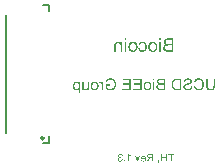
<source format=gbo>
G04*
G04 #@! TF.GenerationSoftware,Altium Limited,Altium Designer,23.0.1 (38)*
G04*
G04 Layer_Color=32896*
%FSLAX25Y25*%
%MOIN*%
G70*
G04*
G04 #@! TF.SameCoordinates,78B848BC-93E4-4EEF-81BE-5096D5435DE8*
G04*
G04*
G04 #@! TF.FilePolarity,Positive*
G04*
G01*
G75*
%ADD13C,0.00984*%
%ADD14C,0.00500*%
G36*
X44436Y24464D02*
X44536Y24446D01*
X44621Y24416D01*
X44695Y24386D01*
X44729Y24368D01*
X44755Y24353D01*
X44780Y24338D01*
X44799Y24324D01*
X44814Y24312D01*
X44825Y24305D01*
X44832Y24301D01*
X44836Y24298D01*
X44906Y24227D01*
X44962Y24150D01*
X45006Y24068D01*
X45043Y23987D01*
X45065Y23916D01*
X45077Y23887D01*
X45084Y23861D01*
X45088Y23839D01*
X45091Y23824D01*
X45095Y23813D01*
Y23809D01*
X44780Y23754D01*
X44766Y23835D01*
X44743Y23905D01*
X44718Y23965D01*
X44692Y24013D01*
X44666Y24050D01*
X44644Y24076D01*
X44629Y24094D01*
X44625Y24098D01*
X44577Y24135D01*
X44525Y24164D01*
X44477Y24183D01*
X44429Y24198D01*
X44385Y24205D01*
X44351Y24213D01*
X44322D01*
X44255Y24209D01*
X44196Y24194D01*
X44144Y24175D01*
X44100Y24157D01*
X44066Y24135D01*
X44041Y24116D01*
X44022Y24102D01*
X44018Y24098D01*
X43978Y24053D01*
X43948Y24005D01*
X43929Y23957D01*
X43915Y23913D01*
X43907Y23872D01*
X43900Y23843D01*
Y23820D01*
Y23817D01*
Y23813D01*
Y23772D01*
X43907Y23735D01*
X43926Y23672D01*
X43952Y23617D01*
X43981Y23569D01*
X44011Y23535D01*
X44037Y23509D01*
X44055Y23495D01*
X44059Y23491D01*
X44063D01*
X44126Y23458D01*
X44185Y23432D01*
X44248Y23413D01*
X44303Y23402D01*
X44351Y23395D01*
X44392Y23387D01*
X44440D01*
X44455Y23391D01*
X44473D01*
X44510Y23114D01*
X44462Y23125D01*
X44418Y23132D01*
X44381Y23140D01*
X44348Y23143D01*
X44322Y23147D01*
X44288D01*
X44211Y23140D01*
X44140Y23125D01*
X44078Y23102D01*
X44026Y23077D01*
X43985Y23051D01*
X43955Y23029D01*
X43937Y23014D01*
X43929Y23006D01*
X43881Y22951D01*
X43844Y22892D01*
X43819Y22832D01*
X43804Y22773D01*
X43793Y22725D01*
X43789Y22684D01*
X43785Y22670D01*
Y22659D01*
Y22651D01*
Y22647D01*
X43793Y22566D01*
X43811Y22492D01*
X43833Y22429D01*
X43863Y22374D01*
X43892Y22329D01*
X43915Y22296D01*
X43933Y22274D01*
X43941Y22266D01*
X44000Y22215D01*
X44063Y22177D01*
X44126Y22152D01*
X44185Y22133D01*
X44237Y22122D01*
X44277Y22118D01*
X44292Y22115D01*
X44314D01*
X44381Y22118D01*
X44444Y22133D01*
X44499Y22152D01*
X44544Y22174D01*
X44581Y22192D01*
X44610Y22211D01*
X44625Y22226D01*
X44633Y22229D01*
X44677Y22281D01*
X44714Y22340D01*
X44747Y22403D01*
X44773Y22470D01*
X44792Y22525D01*
X44799Y22551D01*
X44803Y22573D01*
X44806Y22592D01*
X44810Y22607D01*
X44814Y22614D01*
Y22618D01*
X45128Y22577D01*
X45121Y22518D01*
X45110Y22462D01*
X45077Y22359D01*
X45036Y22270D01*
X45014Y22233D01*
X44991Y22196D01*
X44969Y22163D01*
X44947Y22137D01*
X44929Y22111D01*
X44910Y22092D01*
X44899Y22078D01*
X44888Y22066D01*
X44880Y22059D01*
X44877Y22055D01*
X44832Y22022D01*
X44788Y21989D01*
X44743Y21963D01*
X44695Y21941D01*
X44603Y21904D01*
X44514Y21881D01*
X44473Y21874D01*
X44436Y21867D01*
X44403Y21863D01*
X44374Y21859D01*
X44351Y21856D01*
X44318D01*
X44248Y21859D01*
X44185Y21867D01*
X44122Y21878D01*
X44063Y21893D01*
X44007Y21911D01*
X43959Y21930D01*
X43911Y21952D01*
X43870Y21974D01*
X43830Y21993D01*
X43796Y22015D01*
X43767Y22033D01*
X43745Y22052D01*
X43726Y22066D01*
X43711Y22078D01*
X43704Y22085D01*
X43700Y22089D01*
X43656Y22133D01*
X43619Y22181D01*
X43585Y22229D01*
X43556Y22277D01*
X43534Y22322D01*
X43511Y22370D01*
X43482Y22459D01*
X43474Y22499D01*
X43467Y22536D01*
X43460Y22570D01*
X43456Y22599D01*
X43452Y22622D01*
Y22640D01*
Y22651D01*
Y22655D01*
X43456Y22744D01*
X43471Y22825D01*
X43493Y22895D01*
X43515Y22954D01*
X43537Y23003D01*
X43560Y23040D01*
X43574Y23062D01*
X43578Y23069D01*
X43630Y23125D01*
X43685Y23173D01*
X43745Y23210D01*
X43804Y23239D01*
X43856Y23262D01*
X43896Y23276D01*
X43911Y23280D01*
X43922Y23284D01*
X43929Y23288D01*
X43933D01*
X43870Y23321D01*
X43819Y23354D01*
X43774Y23391D01*
X43737Y23424D01*
X43707Y23454D01*
X43685Y23480D01*
X43674Y23495D01*
X43670Y23502D01*
X43641Y23554D01*
X43619Y23606D01*
X43600Y23658D01*
X43589Y23706D01*
X43582Y23746D01*
X43578Y23776D01*
Y23798D01*
Y23806D01*
X43582Y23868D01*
X43593Y23931D01*
X43608Y23987D01*
X43626Y24035D01*
X43645Y24076D01*
X43659Y24109D01*
X43670Y24127D01*
X43674Y24135D01*
X43711Y24190D01*
X43756Y24238D01*
X43800Y24279D01*
X43844Y24316D01*
X43881Y24342D01*
X43915Y24364D01*
X43937Y24375D01*
X43941Y24379D01*
X43944D01*
X44011Y24409D01*
X44078Y24431D01*
X44144Y24449D01*
X44203Y24460D01*
X44251Y24468D01*
X44292Y24472D01*
X44385D01*
X44436Y24464D01*
D02*
G37*
G36*
X47174Y24409D02*
X47215Y24349D01*
X47263Y24290D01*
X47308Y24238D01*
X47352Y24194D01*
X47385Y24157D01*
X47400Y24146D01*
X47411Y24135D01*
X47415Y24131D01*
X47419Y24127D01*
X47496Y24065D01*
X47574Y24005D01*
X47648Y23954D01*
X47722Y23913D01*
X47785Y23876D01*
X47811Y23861D01*
X47833Y23850D01*
X47851Y23839D01*
X47866Y23835D01*
X47874Y23828D01*
X47877D01*
Y23524D01*
X47822Y23547D01*
X47766Y23572D01*
X47711Y23598D01*
X47659Y23624D01*
X47615Y23646D01*
X47578Y23665D01*
X47556Y23680D01*
X47552Y23683D01*
X47548D01*
X47482Y23724D01*
X47422Y23765D01*
X47370Y23802D01*
X47330Y23835D01*
X47293Y23861D01*
X47271Y23883D01*
X47252Y23898D01*
X47248Y23902D01*
Y21900D01*
X46934D01*
Y24472D01*
X47137D01*
X47174Y24409D01*
D02*
G37*
G36*
X59910Y21900D02*
X59569D01*
Y23106D01*
X58245D01*
Y21900D01*
X57904D01*
Y24460D01*
X58245D01*
Y23410D01*
X59569D01*
Y24460D01*
X59910D01*
Y21900D01*
D02*
G37*
G36*
X50312D02*
X50012D01*
X49306Y23757D01*
X49631D01*
X50042Y22622D01*
X50068Y22547D01*
X50094Y22481D01*
X50112Y22418D01*
X50131Y22370D01*
X50142Y22325D01*
X50153Y22296D01*
X50157Y22277D01*
X50160Y22270D01*
X50182Y22340D01*
X50201Y22411D01*
X50223Y22474D01*
X50242Y22529D01*
X50257Y22577D01*
X50268Y22614D01*
X50271Y22625D01*
X50275Y22636D01*
X50279Y22640D01*
Y22644D01*
X50678Y23757D01*
X51011D01*
X50312Y21900D01*
D02*
G37*
G36*
X52118Y23794D02*
X52184Y23787D01*
X52247Y23776D01*
X52306Y23757D01*
X52362Y23739D01*
X52414Y23717D01*
X52462Y23695D01*
X52502Y23669D01*
X52543Y23646D01*
X52576Y23620D01*
X52606Y23598D01*
X52628Y23580D01*
X52647Y23561D01*
X52662Y23550D01*
X52669Y23543D01*
X52673Y23539D01*
X52713Y23487D01*
X52750Y23432D01*
X52784Y23376D01*
X52813Y23317D01*
X52835Y23254D01*
X52854Y23195D01*
X52883Y23077D01*
X52895Y23025D01*
X52902Y22973D01*
X52906Y22929D01*
X52909Y22888D01*
X52913Y22855D01*
Y22832D01*
Y22814D01*
Y22810D01*
X52909Y22729D01*
X52902Y22651D01*
X52891Y22577D01*
X52876Y22511D01*
X52858Y22448D01*
X52839Y22388D01*
X52817Y22337D01*
X52795Y22288D01*
X52772Y22248D01*
X52750Y22211D01*
X52732Y22181D01*
X52713Y22155D01*
X52698Y22133D01*
X52687Y22118D01*
X52680Y22111D01*
X52676Y22107D01*
X52628Y22063D01*
X52580Y22026D01*
X52528Y21993D01*
X52473Y21963D01*
X52421Y21941D01*
X52365Y21918D01*
X52262Y21889D01*
X52214Y21881D01*
X52169Y21874D01*
X52129Y21867D01*
X52095Y21863D01*
X52069Y21859D01*
X52029D01*
X51914Y21867D01*
X51810Y21885D01*
X51718Y21907D01*
X51681Y21922D01*
X51644Y21937D01*
X51611Y21952D01*
X51581Y21967D01*
X51559Y21978D01*
X51537Y21989D01*
X51522Y22000D01*
X51511Y22007D01*
X51503Y22015D01*
X51500D01*
X51426Y22081D01*
X51367Y22152D01*
X51315Y22226D01*
X51278Y22296D01*
X51248Y22359D01*
X51237Y22388D01*
X51226Y22411D01*
X51218Y22433D01*
X51215Y22448D01*
X51211Y22455D01*
Y22459D01*
X51537Y22499D01*
X51566Y22429D01*
X51600Y22370D01*
X51633Y22318D01*
X51662Y22277D01*
X51688Y22248D01*
X51711Y22226D01*
X51729Y22211D01*
X51733Y22207D01*
X51781Y22177D01*
X51829Y22155D01*
X51881Y22140D01*
X51925Y22129D01*
X51966Y22122D01*
X51999Y22118D01*
X52029D01*
X52073Y22122D01*
X52114Y22126D01*
X52188Y22144D01*
X52254Y22170D01*
X52314Y22200D01*
X52358Y22226D01*
X52391Y22252D01*
X52414Y22270D01*
X52417Y22277D01*
X52421D01*
X52473Y22344D01*
X52513Y22418D01*
X52543Y22499D01*
X52565Y22573D01*
X52576Y22640D01*
X52584Y22670D01*
X52587Y22695D01*
Y22718D01*
X52591Y22733D01*
Y22744D01*
Y22747D01*
X51204D01*
X51200Y22784D01*
Y22810D01*
Y22825D01*
Y22829D01*
X51204Y22914D01*
X51211Y22991D01*
X51222Y23065D01*
X51237Y23136D01*
X51256Y23199D01*
X51274Y23258D01*
X51296Y23310D01*
X51318Y23358D01*
X51341Y23402D01*
X51363Y23439D01*
X51381Y23469D01*
X51400Y23495D01*
X51415Y23517D01*
X51426Y23532D01*
X51433Y23539D01*
X51437Y23543D01*
X51481Y23587D01*
X51529Y23628D01*
X51581Y23661D01*
X51633Y23691D01*
X51685Y23717D01*
X51733Y23735D01*
X51785Y23754D01*
X51829Y23765D01*
X51877Y23776D01*
X51918Y23783D01*
X51955Y23791D01*
X51984Y23794D01*
X52010Y23798D01*
X52047D01*
X52118Y23794D01*
D02*
G37*
G36*
X62300Y24157D02*
X61456D01*
Y21900D01*
X61116D01*
Y24157D01*
X60272D01*
Y24460D01*
X62300D01*
Y24157D01*
D02*
G37*
G36*
X55344Y21900D02*
X55004D01*
Y23036D01*
X54567D01*
X54526Y23032D01*
X54497D01*
X54471Y23029D01*
X54452Y23025D01*
X54438D01*
X54430Y23021D01*
X54426D01*
X54367Y23003D01*
X54341Y22991D01*
X54319Y22980D01*
X54297Y22969D01*
X54282Y22962D01*
X54275Y22958D01*
X54271Y22954D01*
X54241Y22932D01*
X54212Y22906D01*
X54156Y22851D01*
X54130Y22825D01*
X54112Y22803D01*
X54101Y22788D01*
X54097Y22784D01*
X54060Y22733D01*
X54019Y22677D01*
X53979Y22618D01*
X53938Y22562D01*
X53905Y22511D01*
X53879Y22470D01*
X53868Y22455D01*
X53860Y22444D01*
X53853Y22436D01*
Y22433D01*
X53516Y21900D01*
X53094D01*
X53535Y22596D01*
X53587Y22670D01*
X53635Y22736D01*
X53683Y22792D01*
X53723Y22843D01*
X53760Y22881D01*
X53790Y22910D01*
X53808Y22929D01*
X53816Y22936D01*
X53846Y22958D01*
X53879Y22984D01*
X53945Y23025D01*
X53975Y23040D01*
X53997Y23054D01*
X54012Y23062D01*
X54019Y23065D01*
X53953Y23077D01*
X53890Y23088D01*
X53834Y23106D01*
X53779Y23121D01*
X53731Y23140D01*
X53686Y23162D01*
X53646Y23180D01*
X53609Y23199D01*
X53579Y23221D01*
X53549Y23239D01*
X53527Y23254D01*
X53509Y23269D01*
X53494Y23280D01*
X53483Y23291D01*
X53479Y23295D01*
X53475Y23299D01*
X53446Y23336D01*
X53416Y23373D01*
X53372Y23450D01*
X53342Y23528D01*
X53320Y23602D01*
X53305Y23665D01*
X53302Y23691D01*
Y23717D01*
X53298Y23735D01*
Y23750D01*
Y23757D01*
Y23761D01*
X53302Y23839D01*
X53313Y23909D01*
X53331Y23976D01*
X53350Y24031D01*
X53372Y24079D01*
X53387Y24116D01*
X53401Y24138D01*
X53405Y24142D01*
Y24146D01*
X53450Y24205D01*
X53494Y24257D01*
X53542Y24301D01*
X53587Y24335D01*
X53627Y24361D01*
X53661Y24375D01*
X53683Y24386D01*
X53686Y24390D01*
X53690D01*
X53723Y24401D01*
X53764Y24412D01*
X53846Y24431D01*
X53934Y24442D01*
X54016Y24453D01*
X54093Y24457D01*
X54127D01*
X54156Y24460D01*
X55344D01*
Y21900D01*
D02*
G37*
G36*
X45950D02*
X45591D01*
Y22259D01*
X45950D01*
Y21900D01*
D02*
G37*
G36*
X57298D02*
X57120D01*
X57124Y21845D01*
X57131Y21796D01*
X57142Y21752D01*
X57150Y21719D01*
X57161Y21693D01*
X57168Y21671D01*
X57172Y21659D01*
X57175Y21656D01*
X57194Y21626D01*
X57216Y21600D01*
X57242Y21578D01*
X57264Y21560D01*
X57287Y21545D01*
X57305Y21534D01*
X57316Y21530D01*
X57320Y21526D01*
X57231Y21393D01*
X57179Y21419D01*
X57131Y21452D01*
X57094Y21482D01*
X57064Y21511D01*
X57039Y21541D01*
X57024Y21563D01*
X57013Y21578D01*
X57009Y21582D01*
X56987Y21630D01*
X56968Y21682D01*
X56957Y21737D01*
X56946Y21785D01*
X56942Y21833D01*
X56939Y21867D01*
Y21881D01*
Y21893D01*
Y21896D01*
Y21900D01*
Y22259D01*
X57298D01*
Y21900D01*
D02*
G37*
G36*
X57866Y62356D02*
X57315D01*
Y62984D01*
X57866D01*
Y62356D01*
D02*
G37*
G36*
X46364D02*
X45813D01*
Y62984D01*
X46364D01*
Y62356D01*
D02*
G37*
G36*
X51826Y61818D02*
X51969Y61792D01*
X52105Y61759D01*
X52215Y61727D01*
X52312Y61688D01*
X52351Y61669D01*
X52384Y61656D01*
X52410Y61643D01*
X52429Y61630D01*
X52442Y61623D01*
X52448D01*
X52572Y61546D01*
X52682Y61448D01*
X52772Y61351D01*
X52850Y61254D01*
X52909Y61170D01*
X52947Y61098D01*
X52960Y61073D01*
X52973Y61053D01*
X52980Y61040D01*
Y61034D01*
X53038Y60878D01*
X53077Y60723D01*
X53109Y60567D01*
X53129Y60425D01*
X53135Y60360D01*
X53142Y60301D01*
Y60250D01*
X53148Y60204D01*
Y60165D01*
Y60139D01*
Y60120D01*
Y60114D01*
X53142Y59965D01*
X53129Y59828D01*
X53109Y59692D01*
X53083Y59576D01*
X53058Y59459D01*
X53019Y59362D01*
X52986Y59265D01*
X52947Y59180D01*
X52909Y59109D01*
X52876Y59044D01*
X52837Y58986D01*
X52811Y58941D01*
X52785Y58908D01*
X52766Y58882D01*
X52753Y58869D01*
X52747Y58863D01*
X52669Y58785D01*
X52585Y58720D01*
X52500Y58662D01*
X52410Y58610D01*
X52319Y58571D01*
X52235Y58532D01*
X52060Y58481D01*
X51982Y58468D01*
X51911Y58455D01*
X51846Y58442D01*
X51788Y58435D01*
X51742Y58429D01*
X51677D01*
X51580Y58435D01*
X51483Y58442D01*
X51315Y58481D01*
X51159Y58526D01*
X51029Y58584D01*
X50977Y58617D01*
X50926Y58643D01*
X50880Y58669D01*
X50848Y58694D01*
X50822Y58714D01*
X50803Y58727D01*
X50790Y58733D01*
X50783Y58740D01*
X50718Y58805D01*
X50660Y58869D01*
X50556Y59012D01*
X50472Y59161D01*
X50414Y59297D01*
X50368Y59427D01*
X50355Y59478D01*
X50343Y59530D01*
X50336Y59569D01*
X50330Y59595D01*
X50323Y59615D01*
Y59621D01*
X50867Y59692D01*
X50893Y59550D01*
X50932Y59420D01*
X50984Y59316D01*
X51029Y59232D01*
X51075Y59161D01*
X51114Y59116D01*
X51133Y59083D01*
X51146Y59077D01*
X51230Y59012D01*
X51321Y58967D01*
X51412Y58928D01*
X51496Y58908D01*
X51567Y58895D01*
X51632Y58889D01*
X51671Y58882D01*
X51684D01*
X51755Y58889D01*
X51826Y58895D01*
X51956Y58928D01*
X52066Y58973D01*
X52163Y59031D01*
X52235Y59083D01*
X52293Y59129D01*
X52325Y59161D01*
X52338Y59174D01*
X52384Y59232D01*
X52423Y59303D01*
X52481Y59446D01*
X52526Y59608D01*
X52552Y59764D01*
X52572Y59906D01*
X52578Y59965D01*
Y60023D01*
X52585Y60062D01*
Y60101D01*
Y60120D01*
Y60127D01*
Y60243D01*
X52572Y60353D01*
X52559Y60457D01*
X52546Y60548D01*
X52526Y60632D01*
X52500Y60710D01*
X52481Y60781D01*
X52455Y60846D01*
X52429Y60898D01*
X52410Y60943D01*
X52384Y60982D01*
X52364Y61014D01*
X52351Y61040D01*
X52338Y61060D01*
X52325Y61066D01*
Y61073D01*
X52273Y61124D01*
X52222Y61170D01*
X52112Y61247D01*
X51995Y61299D01*
X51891Y61332D01*
X51794Y61358D01*
X51723Y61364D01*
X51690Y61371D01*
X51651D01*
X51554Y61364D01*
X51464Y61345D01*
X51386Y61319D01*
X51315Y61286D01*
X51263Y61254D01*
X51217Y61228D01*
X51191Y61209D01*
X51185Y61202D01*
X51120Y61137D01*
X51062Y61060D01*
X51010Y60975D01*
X50977Y60898D01*
X50945Y60826D01*
X50926Y60768D01*
X50919Y60729D01*
X50913Y60723D01*
Y60716D01*
X50375Y60800D01*
X50420Y60975D01*
X50485Y61124D01*
X50556Y61254D01*
X50628Y61358D01*
X50699Y61442D01*
X50757Y61500D01*
X50796Y61539D01*
X50803Y61552D01*
X50809D01*
X50945Y61643D01*
X51088Y61708D01*
X51230Y61759D01*
X51366Y61792D01*
X51489Y61811D01*
X51541Y61818D01*
X51580D01*
X51619Y61824D01*
X51671D01*
X51826Y61818D01*
D02*
G37*
G36*
X62000Y58500D02*
X60289D01*
X60134Y58507D01*
X59998Y58513D01*
X59875Y58526D01*
X59771Y58539D01*
X59687Y58552D01*
X59622Y58558D01*
X59583Y58571D01*
X59570D01*
X59460Y58604D01*
X59369Y58636D01*
X59285Y58675D01*
X59214Y58714D01*
X59155Y58740D01*
X59110Y58766D01*
X59084Y58785D01*
X59078Y58792D01*
X59006Y58850D01*
X58941Y58921D01*
X58890Y58992D01*
X58838Y59057D01*
X58799Y59122D01*
X58773Y59167D01*
X58754Y59200D01*
X58747Y59213D01*
X58702Y59316D01*
X58669Y59420D01*
X58643Y59517D01*
X58630Y59608D01*
X58617Y59686D01*
X58611Y59751D01*
Y59790D01*
Y59796D01*
Y59803D01*
X58617Y59945D01*
X58643Y60075D01*
X58682Y60185D01*
X58721Y60289D01*
X58760Y60366D01*
X58799Y60425D01*
X58825Y60463D01*
X58831Y60476D01*
X58922Y60580D01*
X59019Y60664D01*
X59129Y60736D01*
X59227Y60794D01*
X59317Y60839D01*
X59395Y60865D01*
X59421Y60878D01*
X59440Y60885D01*
X59453Y60891D01*
X59460D01*
X59350Y60956D01*
X59253Y61021D01*
X59175Y61092D01*
X59110Y61157D01*
X59058Y61209D01*
X59019Y61260D01*
X59000Y61286D01*
X58993Y61299D01*
X58941Y61397D01*
X58903Y61487D01*
X58870Y61578D01*
X58851Y61662D01*
X58838Y61734D01*
X58831Y61792D01*
Y61824D01*
Y61837D01*
X58838Y61947D01*
X58857Y62058D01*
X58890Y62155D01*
X58922Y62245D01*
X58954Y62323D01*
X58987Y62375D01*
X59006Y62414D01*
X59013Y62427D01*
X59084Y62524D01*
X59162Y62615D01*
X59246Y62686D01*
X59324Y62744D01*
X59389Y62790D01*
X59447Y62822D01*
X59486Y62842D01*
X59492Y62848D01*
X59499D01*
X59622Y62893D01*
X59758Y62926D01*
X59894Y62952D01*
X60024Y62965D01*
X60140Y62978D01*
X60192D01*
X60237Y62984D01*
X62000D01*
Y58500D01*
D02*
G37*
G36*
X57866D02*
X57315D01*
Y61753D01*
X57866D01*
Y58500D01*
D02*
G37*
G36*
X46364D02*
X45813D01*
Y61753D01*
X46364D01*
Y58500D01*
D02*
G37*
G36*
X43571Y61818D02*
X43687Y61798D01*
X43791Y61772D01*
X43895Y61740D01*
X43986Y61701D01*
X44070Y61656D01*
X44148Y61604D01*
X44212Y61559D01*
X44277Y61507D01*
X44329Y61455D01*
X44374Y61409D01*
X44413Y61371D01*
X44439Y61338D01*
X44459Y61312D01*
X44472Y61293D01*
X44478Y61286D01*
Y61753D01*
X44971D01*
Y58500D01*
X44420D01*
Y60269D01*
Y60379D01*
X44407Y60489D01*
X44394Y60580D01*
X44381Y60664D01*
X44361Y60742D01*
X44342Y60813D01*
X44316Y60878D01*
X44290Y60930D01*
X44271Y60975D01*
X44245Y61014D01*
X44225Y61047D01*
X44206Y61073D01*
X44180Y61105D01*
X44167Y61118D01*
X44070Y61196D01*
X43966Y61247D01*
X43863Y61286D01*
X43772Y61319D01*
X43687Y61332D01*
X43623Y61338D01*
X43597Y61345D01*
X43564D01*
X43487Y61338D01*
X43409Y61332D01*
X43344Y61312D01*
X43292Y61293D01*
X43247Y61273D01*
X43208Y61260D01*
X43189Y61247D01*
X43182Y61241D01*
X43124Y61202D01*
X43072Y61157D01*
X43033Y61111D01*
X43001Y61073D01*
X42981Y61034D01*
X42962Y61001D01*
X42949Y60982D01*
Y60975D01*
X42929Y60904D01*
X42910Y60826D01*
X42897Y60742D01*
X42891Y60658D01*
X42884Y60587D01*
Y60528D01*
Y60483D01*
Y60476D01*
Y60470D01*
Y58500D01*
X42333D01*
Y60496D01*
Y60632D01*
X42340Y60742D01*
X42346Y60833D01*
Y60911D01*
X42353Y60962D01*
X42359Y61001D01*
X42366Y61027D01*
Y61034D01*
X42385Y61118D01*
X42417Y61196D01*
X42443Y61260D01*
X42469Y61325D01*
X42502Y61371D01*
X42521Y61403D01*
X42534Y61429D01*
X42541Y61435D01*
X42592Y61500D01*
X42651Y61552D01*
X42709Y61604D01*
X42774Y61643D01*
X42826Y61675D01*
X42871Y61695D01*
X42897Y61708D01*
X42910Y61714D01*
X43001Y61753D01*
X43098Y61779D01*
X43189Y61798D01*
X43273Y61811D01*
X43344Y61818D01*
X43396Y61824D01*
X43448D01*
X43571Y61818D01*
D02*
G37*
G36*
X55267D02*
X55371Y61811D01*
X55572Y61766D01*
X55747Y61708D01*
X55825Y61675D01*
X55896Y61643D01*
X55961Y61610D01*
X56012Y61578D01*
X56064Y61546D01*
X56103Y61520D01*
X56136Y61494D01*
X56161Y61474D01*
X56174Y61468D01*
X56181Y61461D01*
X56272Y61377D01*
X56343Y61280D01*
X56414Y61176D01*
X56466Y61073D01*
X56518Y60962D01*
X56557Y60846D01*
X56589Y60736D01*
X56615Y60632D01*
X56641Y60528D01*
X56654Y60438D01*
X56667Y60347D01*
X56673Y60276D01*
Y60211D01*
X56680Y60165D01*
Y60139D01*
Y60127D01*
X56673Y59977D01*
X56660Y59835D01*
X56641Y59705D01*
X56615Y59582D01*
X56583Y59472D01*
X56550Y59368D01*
X56511Y59271D01*
X56473Y59187D01*
X56434Y59109D01*
X56395Y59044D01*
X56362Y58992D01*
X56330Y58947D01*
X56304Y58908D01*
X56285Y58882D01*
X56272Y58869D01*
X56265Y58863D01*
X56181Y58785D01*
X56097Y58720D01*
X56006Y58662D01*
X55915Y58610D01*
X55825Y58571D01*
X55727Y58532D01*
X55552Y58481D01*
X55475Y58468D01*
X55397Y58455D01*
X55332Y58442D01*
X55274Y58435D01*
X55222Y58429D01*
X55157D01*
X55002Y58435D01*
X54859Y58461D01*
X54723Y58494D01*
X54613Y58526D01*
X54516Y58565D01*
X54477Y58578D01*
X54444Y58591D01*
X54412Y58604D01*
X54392Y58617D01*
X54386Y58623D01*
X54379D01*
X54250Y58707D01*
X54140Y58798D01*
X54043Y58889D01*
X53965Y58979D01*
X53907Y59057D01*
X53861Y59122D01*
X53848Y59148D01*
X53835Y59167D01*
X53829Y59174D01*
Y59180D01*
X53764Y59329D01*
X53719Y59491D01*
X53680Y59653D01*
X53660Y59815D01*
X53647Y59887D01*
Y59952D01*
X53641Y60016D01*
X53634Y60068D01*
Y60114D01*
Y60146D01*
Y60165D01*
Y60172D01*
X53641Y60314D01*
X53654Y60444D01*
X53673Y60567D01*
X53699Y60684D01*
X53732Y60794D01*
X53770Y60891D01*
X53809Y60988D01*
X53848Y61066D01*
X53887Y61137D01*
X53926Y61202D01*
X53965Y61260D01*
X53997Y61306D01*
X54023Y61338D01*
X54043Y61364D01*
X54056Y61377D01*
X54062Y61384D01*
X54146Y61461D01*
X54230Y61526D01*
X54321Y61591D01*
X54412Y61636D01*
X54503Y61682D01*
X54593Y61714D01*
X54768Y61772D01*
X54853Y61785D01*
X54924Y61798D01*
X54989Y61811D01*
X55047Y61818D01*
X55092Y61824D01*
X55157D01*
X55267Y61818D01*
D02*
G37*
G36*
X48645D02*
X48748Y61811D01*
X48949Y61766D01*
X49124Y61708D01*
X49202Y61675D01*
X49273Y61643D01*
X49338Y61610D01*
X49390Y61578D01*
X49442Y61546D01*
X49481Y61520D01*
X49513Y61494D01*
X49539Y61474D01*
X49552Y61468D01*
X49558Y61461D01*
X49649Y61377D01*
X49720Y61280D01*
X49792Y61176D01*
X49843Y61073D01*
X49895Y60962D01*
X49934Y60846D01*
X49967Y60736D01*
X49993Y60632D01*
X50019Y60528D01*
X50031Y60438D01*
X50044Y60347D01*
X50051Y60276D01*
Y60211D01*
X50057Y60165D01*
Y60139D01*
Y60127D01*
X50051Y59977D01*
X50038Y59835D01*
X50019Y59705D01*
X49993Y59582D01*
X49960Y59472D01*
X49928Y59368D01*
X49889Y59271D01*
X49850Y59187D01*
X49811Y59109D01*
X49772Y59044D01*
X49740Y58992D01*
X49707Y58947D01*
X49681Y58908D01*
X49662Y58882D01*
X49649Y58869D01*
X49643Y58863D01*
X49558Y58785D01*
X49474Y58720D01*
X49383Y58662D01*
X49293Y58610D01*
X49202Y58571D01*
X49105Y58532D01*
X48930Y58481D01*
X48852Y58468D01*
X48774Y58455D01*
X48709Y58442D01*
X48651Y58435D01*
X48599Y58429D01*
X48535D01*
X48379Y58435D01*
X48237Y58461D01*
X48100Y58494D01*
X47990Y58526D01*
X47893Y58565D01*
X47854Y58578D01*
X47822Y58591D01*
X47789Y58604D01*
X47770Y58617D01*
X47763Y58623D01*
X47757D01*
X47627Y58707D01*
X47517Y58798D01*
X47420Y58889D01*
X47342Y58979D01*
X47284Y59057D01*
X47239Y59122D01*
X47226Y59148D01*
X47213Y59167D01*
X47206Y59174D01*
Y59180D01*
X47141Y59329D01*
X47096Y59491D01*
X47057Y59653D01*
X47038Y59815D01*
X47025Y59887D01*
Y59952D01*
X47018Y60016D01*
X47012Y60068D01*
Y60114D01*
Y60146D01*
Y60165D01*
Y60172D01*
X47018Y60314D01*
X47031Y60444D01*
X47051Y60567D01*
X47077Y60684D01*
X47109Y60794D01*
X47148Y60891D01*
X47187Y60988D01*
X47226Y61066D01*
X47265Y61137D01*
X47303Y61202D01*
X47342Y61260D01*
X47375Y61306D01*
X47401Y61338D01*
X47420Y61364D01*
X47433Y61377D01*
X47439Y61384D01*
X47524Y61461D01*
X47608Y61526D01*
X47699Y61591D01*
X47789Y61636D01*
X47880Y61682D01*
X47971Y61714D01*
X48146Y61772D01*
X48230Y61785D01*
X48301Y61798D01*
X48366Y61811D01*
X48424Y61818D01*
X48470Y61824D01*
X48535D01*
X48645Y61818D01*
D02*
G37*
G36*
X55692Y49002D02*
X55221D01*
Y49541D01*
X55692D01*
Y49002D01*
D02*
G37*
G36*
X75900Y47321D02*
Y47210D01*
X75894Y47104D01*
X75889Y47004D01*
X75878Y46910D01*
X75867Y46827D01*
X75856Y46749D01*
X75839Y46677D01*
X75828Y46610D01*
X75817Y46549D01*
X75800Y46499D01*
X75789Y46455D01*
X75778Y46422D01*
X75767Y46394D01*
X75761Y46372D01*
X75756Y46360D01*
Y46355D01*
X75695Y46233D01*
X75617Y46122D01*
X75539Y46033D01*
X75456Y45955D01*
X75384Y45894D01*
X75323Y45850D01*
X75301Y45839D01*
X75284Y45828D01*
X75273Y45817D01*
X75267D01*
X75129Y45755D01*
X74984Y45711D01*
X74834Y45678D01*
X74696Y45656D01*
X74635Y45650D01*
X74574Y45645D01*
X74518Y45639D01*
X74474D01*
X74435Y45633D01*
X74385D01*
X74185Y45645D01*
X74096Y45656D01*
X74013Y45667D01*
X73930Y45683D01*
X73858Y45700D01*
X73791Y45717D01*
X73730Y45739D01*
X73674Y45761D01*
X73630Y45778D01*
X73586Y45794D01*
X73552Y45811D01*
X73525Y45828D01*
X73508Y45833D01*
X73497Y45844D01*
X73491D01*
X73369Y45928D01*
X73269Y46022D01*
X73192Y46111D01*
X73125Y46200D01*
X73075Y46277D01*
X73042Y46338D01*
X73031Y46360D01*
X73020Y46377D01*
X73014Y46388D01*
Y46394D01*
X72992Y46460D01*
X72970Y46532D01*
X72936Y46682D01*
X72914Y46838D01*
X72897Y46988D01*
X72892Y47054D01*
X72886Y47121D01*
Y47176D01*
X72881Y47226D01*
Y47265D01*
Y47293D01*
Y47315D01*
Y47321D01*
Y49541D01*
X73391D01*
Y47321D01*
Y47193D01*
X73403Y47071D01*
X73414Y46965D01*
X73430Y46865D01*
X73447Y46777D01*
X73469Y46694D01*
X73486Y46621D01*
X73508Y46560D01*
X73530Y46510D01*
X73552Y46460D01*
X73575Y46427D01*
X73591Y46394D01*
X73608Y46372D01*
X73619Y46355D01*
X73624Y46349D01*
X73630Y46344D01*
X73680Y46299D01*
X73735Y46261D01*
X73858Y46200D01*
X73985Y46155D01*
X74118Y46127D01*
X74240Y46105D01*
X74291Y46100D01*
X74340D01*
X74374Y46094D01*
X74429D01*
X74546Y46100D01*
X74651Y46116D01*
X74751Y46133D01*
X74829Y46161D01*
X74896Y46183D01*
X74945Y46200D01*
X74973Y46216D01*
X74984Y46222D01*
X75062Y46272D01*
X75129Y46333D01*
X75184Y46394D01*
X75223Y46449D01*
X75256Y46505D01*
X75284Y46544D01*
X75295Y46571D01*
X75301Y46582D01*
X75317Y46632D01*
X75328Y46682D01*
X75350Y46799D01*
X75367Y46921D01*
X75378Y47043D01*
X75384Y47149D01*
Y47199D01*
X75389Y47237D01*
Y47271D01*
Y47298D01*
Y47315D01*
Y47321D01*
Y49541D01*
X75900D01*
Y47321D01*
D02*
G37*
G36*
X41218Y49596D02*
X41412Y49568D01*
X41501Y49552D01*
X41584Y49529D01*
X41662Y49513D01*
X41734Y49491D01*
X41801Y49468D01*
X41856Y49446D01*
X41906Y49424D01*
X41951Y49407D01*
X41984Y49391D01*
X42006Y49380D01*
X42023Y49374D01*
X42028Y49369D01*
X42106Y49319D01*
X42184Y49269D01*
X42317Y49152D01*
X42434Y49036D01*
X42528Y48913D01*
X42606Y48808D01*
X42633Y48764D01*
X42656Y48719D01*
X42678Y48686D01*
X42689Y48664D01*
X42694Y48647D01*
X42700Y48641D01*
X42778Y48458D01*
X42833Y48275D01*
X42878Y48098D01*
X42889Y48014D01*
X42905Y47937D01*
X42911Y47864D01*
X42922Y47803D01*
X42927Y47742D01*
Y47692D01*
X42933Y47654D01*
Y47626D01*
Y47604D01*
Y47598D01*
X42922Y47393D01*
X42894Y47199D01*
X42878Y47110D01*
X42861Y47026D01*
X42839Y46943D01*
X42816Y46871D01*
X42794Y46804D01*
X42772Y46749D01*
X42755Y46693D01*
X42739Y46655D01*
X42722Y46616D01*
X42711Y46593D01*
X42700Y46577D01*
Y46571D01*
X42600Y46410D01*
X42489Y46272D01*
X42372Y46150D01*
X42261Y46050D01*
X42156Y45972D01*
X42117Y45944D01*
X42078Y45916D01*
X42045Y45900D01*
X42023Y45883D01*
X42006Y45878D01*
X42001Y45872D01*
X41912Y45828D01*
X41823Y45794D01*
X41645Y45733D01*
X41473Y45694D01*
X41312Y45661D01*
X41240Y45656D01*
X41174Y45645D01*
X41113Y45639D01*
X41063D01*
X41024Y45633D01*
X40968D01*
X40813Y45639D01*
X40663Y45656D01*
X40524Y45683D01*
X40402Y45711D01*
X40352Y45722D01*
X40302Y45733D01*
X40258Y45750D01*
X40219Y45761D01*
X40191Y45772D01*
X40169Y45778D01*
X40158Y45783D01*
X40152D01*
X40003Y45844D01*
X39864Y45916D01*
X39731Y45994D01*
X39614Y46066D01*
X39564Y46100D01*
X39514Y46133D01*
X39475Y46161D01*
X39442Y46183D01*
X39414Y46205D01*
X39392Y46222D01*
X39381Y46227D01*
X39375Y46233D01*
Y47659D01*
X41007D01*
Y47204D01*
X39875D01*
Y46483D01*
X39942Y46427D01*
X40019Y46377D01*
X40102Y46333D01*
X40180Y46294D01*
X40247Y46260D01*
X40308Y46233D01*
X40330Y46222D01*
X40341Y46216D01*
X40352Y46211D01*
X40358D01*
X40474Y46172D01*
X40591Y46138D01*
X40696Y46116D01*
X40796Y46105D01*
X40879Y46094D01*
X40913D01*
X40946Y46088D01*
X41002D01*
X41140Y46094D01*
X41274Y46116D01*
X41396Y46144D01*
X41507Y46172D01*
X41595Y46205D01*
X41634Y46216D01*
X41662Y46227D01*
X41690Y46238D01*
X41706Y46249D01*
X41717Y46255D01*
X41723D01*
X41840Y46327D01*
X41945Y46405D01*
X42034Y46488D01*
X42106Y46571D01*
X42167Y46649D01*
X42206Y46710D01*
X42223Y46732D01*
X42228Y46749D01*
X42239Y46760D01*
Y46766D01*
X42295Y46904D01*
X42339Y47049D01*
X42367Y47193D01*
X42389Y47332D01*
X42395Y47393D01*
X42400Y47448D01*
X42406Y47504D01*
Y47548D01*
X42411Y47581D01*
Y47609D01*
Y47626D01*
Y47631D01*
X42406Y47787D01*
X42389Y47925D01*
X42367Y48059D01*
X42339Y48175D01*
X42328Y48225D01*
X42311Y48270D01*
X42300Y48309D01*
X42289Y48342D01*
X42278Y48370D01*
X42273Y48386D01*
X42267Y48397D01*
Y48403D01*
X42228Y48480D01*
X42189Y48553D01*
X42151Y48619D01*
X42112Y48675D01*
X42078Y48719D01*
X42050Y48758D01*
X42028Y48780D01*
X42023Y48786D01*
X41962Y48847D01*
X41895Y48902D01*
X41823Y48947D01*
X41756Y48991D01*
X41701Y49019D01*
X41657Y49047D01*
X41623Y49058D01*
X41612Y49063D01*
X41512Y49102D01*
X41412Y49130D01*
X41307Y49147D01*
X41212Y49163D01*
X41129Y49169D01*
X41096D01*
X41068Y49174D01*
X41007D01*
X40902Y49169D01*
X40802Y49158D01*
X40713Y49141D01*
X40635Y49124D01*
X40569Y49102D01*
X40519Y49086D01*
X40491Y49074D01*
X40480Y49069D01*
X40397Y49030D01*
X40325Y48986D01*
X40258Y48941D01*
X40208Y48897D01*
X40169Y48858D01*
X40136Y48830D01*
X40119Y48808D01*
X40114Y48802D01*
X40064Y48736D01*
X40025Y48658D01*
X39986Y48586D01*
X39953Y48508D01*
X39930Y48442D01*
X39914Y48392D01*
X39908Y48370D01*
X39903Y48353D01*
X39897Y48347D01*
Y48342D01*
X39437Y48464D01*
X39475Y48603D01*
X39525Y48725D01*
X39575Y48836D01*
X39620Y48924D01*
X39664Y48997D01*
X39697Y49047D01*
X39720Y49080D01*
X39731Y49091D01*
X39808Y49180D01*
X39892Y49252D01*
X39980Y49319D01*
X40064Y49374D01*
X40141Y49413D01*
X40202Y49446D01*
X40225Y49457D01*
X40241Y49463D01*
X40252Y49468D01*
X40258D01*
X40386Y49513D01*
X40519Y49546D01*
X40641Y49574D01*
X40757Y49591D01*
X40863Y49602D01*
X40907D01*
X40941Y49607D01*
X41118D01*
X41218Y49596D01*
D02*
G37*
G36*
X70555Y49596D02*
X70733Y49568D01*
X70888Y49535D01*
X70960Y49513D01*
X71027Y49491D01*
X71088Y49468D01*
X71144Y49446D01*
X71188Y49430D01*
X71232Y49413D01*
X71260Y49396D01*
X71282Y49385D01*
X71299Y49380D01*
X71305Y49374D01*
X71454Y49280D01*
X71582Y49169D01*
X71693Y49058D01*
X71788Y48947D01*
X71860Y48847D01*
X71887Y48802D01*
X71910Y48764D01*
X71932Y48736D01*
X71943Y48714D01*
X71948Y48697D01*
X71954Y48691D01*
X72032Y48519D01*
X72087Y48342D01*
X72126Y48164D01*
X72154Y48003D01*
X72165Y47931D01*
X72170Y47859D01*
X72176Y47803D01*
Y47748D01*
X72181Y47709D01*
Y47676D01*
Y47654D01*
Y47648D01*
X72170Y47448D01*
X72148Y47254D01*
X72120Y47082D01*
X72098Y46999D01*
X72082Y46927D01*
X72065Y46860D01*
X72043Y46799D01*
X72026Y46743D01*
X72015Y46699D01*
X71998Y46666D01*
X71993Y46638D01*
X71982Y46621D01*
Y46616D01*
X71899Y46449D01*
X71804Y46299D01*
X71704Y46172D01*
X71654Y46122D01*
X71610Y46072D01*
X71565Y46027D01*
X71521Y45989D01*
X71482Y45955D01*
X71449Y45933D01*
X71427Y45911D01*
X71404Y45894D01*
X71393Y45889D01*
X71388Y45883D01*
X71310Y45839D01*
X71232Y45800D01*
X71066Y45739D01*
X70899Y45695D01*
X70739Y45667D01*
X70661Y45656D01*
X70594Y45645D01*
X70533Y45639D01*
X70483D01*
X70439Y45633D01*
X70378D01*
X70267Y45639D01*
X70161Y45650D01*
X70061Y45661D01*
X69967Y45683D01*
X69878Y45711D01*
X69795Y45739D01*
X69717Y45767D01*
X69645Y45800D01*
X69584Y45828D01*
X69523Y45855D01*
X69479Y45883D01*
X69434Y45911D01*
X69406Y45933D01*
X69379Y45944D01*
X69368Y45955D01*
X69362Y45961D01*
X69284Y46027D01*
X69218Y46094D01*
X69157Y46172D01*
X69096Y46249D01*
X68996Y46405D01*
X68918Y46560D01*
X68885Y46632D01*
X68857Y46699D01*
X68835Y46760D01*
X68818Y46810D01*
X68801Y46854D01*
X68790Y46888D01*
X68785Y46910D01*
Y46915D01*
X69296Y47043D01*
X69318Y46954D01*
X69345Y46871D01*
X69373Y46793D01*
X69401Y46721D01*
X69434Y46655D01*
X69468Y46599D01*
X69506Y46544D01*
X69540Y46494D01*
X69567Y46449D01*
X69601Y46416D01*
X69629Y46383D01*
X69651Y46355D01*
X69673Y46338D01*
X69690Y46322D01*
X69695Y46316D01*
X69701Y46310D01*
X69756Y46266D01*
X69817Y46233D01*
X69939Y46172D01*
X70056Y46127D01*
X70172Y46100D01*
X70272Y46077D01*
X70311Y46072D01*
X70350D01*
X70383Y46066D01*
X70422D01*
X70550Y46072D01*
X70672Y46094D01*
X70783Y46122D01*
X70883Y46155D01*
X70960Y46188D01*
X70994Y46205D01*
X71022Y46216D01*
X71044Y46227D01*
X71060Y46238D01*
X71071Y46244D01*
X71077D01*
X71183Y46322D01*
X71271Y46405D01*
X71349Y46499D01*
X71410Y46588D01*
X71460Y46666D01*
X71493Y46732D01*
X71504Y46760D01*
X71516Y46777D01*
X71521Y46788D01*
Y46793D01*
X71565Y46938D01*
X71599Y47082D01*
X71627Y47226D01*
X71643Y47359D01*
X71649Y47420D01*
X71654Y47476D01*
Y47526D01*
X71660Y47565D01*
Y47598D01*
Y47626D01*
Y47642D01*
Y47648D01*
X71654Y47792D01*
X71643Y47925D01*
X71621Y48048D01*
X71599Y48159D01*
X71582Y48253D01*
X71571Y48292D01*
X71560Y48325D01*
X71554Y48353D01*
X71549Y48370D01*
X71543Y48381D01*
Y48386D01*
X71488Y48514D01*
X71427Y48630D01*
X71360Y48725D01*
X71288Y48808D01*
X71227Y48875D01*
X71177Y48919D01*
X71138Y48947D01*
X71133Y48958D01*
X71127D01*
X71011Y49030D01*
X70883Y49086D01*
X70761Y49124D01*
X70644Y49147D01*
X70539Y49163D01*
X70494Y49169D01*
X70455D01*
X70428Y49174D01*
X70383D01*
X70245Y49169D01*
X70117Y49147D01*
X70012Y49113D01*
X69917Y49080D01*
X69845Y49041D01*
X69789Y49013D01*
X69756Y48991D01*
X69745Y48980D01*
X69656Y48897D01*
X69573Y48802D01*
X69506Y48703D01*
X69451Y48603D01*
X69406Y48514D01*
X69390Y48469D01*
X69379Y48436D01*
X69368Y48408D01*
X69357Y48386D01*
X69351Y48375D01*
Y48370D01*
X68852Y48486D01*
X68885Y48586D01*
X68918Y48675D01*
X68963Y48758D01*
X69001Y48841D01*
X69046Y48913D01*
X69096Y48980D01*
X69140Y49047D01*
X69184Y49102D01*
X69229Y49147D01*
X69268Y49191D01*
X69307Y49230D01*
X69334Y49257D01*
X69362Y49285D01*
X69384Y49302D01*
X69395Y49308D01*
X69401Y49313D01*
X69479Y49363D01*
X69556Y49413D01*
X69634Y49452D01*
X69717Y49485D01*
X69884Y49535D01*
X70034Y49568D01*
X70106Y49585D01*
X70167Y49591D01*
X70228Y49596D01*
X70278Y49602D01*
X70317Y49607D01*
X70372D01*
X70555Y49596D01*
D02*
G37*
G36*
X33925Y46760D02*
Y46655D01*
X33920Y46560D01*
X33914Y46488D01*
X33909Y46422D01*
Y46377D01*
X33903Y46344D01*
X33898Y46322D01*
Y46316D01*
X33881Y46244D01*
X33859Y46177D01*
X33836Y46116D01*
X33809Y46066D01*
X33787Y46022D01*
X33770Y45994D01*
X33759Y45972D01*
X33753Y45966D01*
X33709Y45916D01*
X33659Y45872D01*
X33609Y45833D01*
X33553Y45800D01*
X33509Y45772D01*
X33470Y45750D01*
X33448Y45739D01*
X33437Y45733D01*
X33354Y45700D01*
X33276Y45678D01*
X33198Y45661D01*
X33126Y45650D01*
X33065Y45645D01*
X33015Y45639D01*
X32976D01*
X32876Y45645D01*
X32776Y45661D01*
X32688Y45683D01*
X32599Y45711D01*
X32521Y45750D01*
X32449Y45789D01*
X32383Y45828D01*
X32321Y45872D01*
X32266Y45916D01*
X32221Y45955D01*
X32183Y46000D01*
X32149Y46033D01*
X32122Y46061D01*
X32105Y46083D01*
X32094Y46100D01*
X32088Y46105D01*
Y45700D01*
X31666D01*
Y48486D01*
X32138D01*
Y46993D01*
X32144Y46865D01*
X32149Y46755D01*
X32160Y46660D01*
X32177Y46582D01*
X32194Y46521D01*
X32205Y46477D01*
X32210Y46455D01*
X32216Y46444D01*
X32249Y46377D01*
X32288Y46322D01*
X32333Y46272D01*
X32377Y46227D01*
X32416Y46194D01*
X32449Y46172D01*
X32471Y46155D01*
X32482Y46150D01*
X32555Y46116D01*
X32627Y46088D01*
X32693Y46072D01*
X32754Y46055D01*
X32804Y46050D01*
X32843Y46044D01*
X32882D01*
X32960Y46050D01*
X33026Y46061D01*
X33087Y46077D01*
X33137Y46100D01*
X33182Y46116D01*
X33209Y46133D01*
X33232Y46144D01*
X33237Y46150D01*
X33287Y46194D01*
X33326Y46238D01*
X33359Y46288D01*
X33387Y46333D01*
X33404Y46377D01*
X33415Y46410D01*
X33426Y46433D01*
Y46438D01*
X33437Y46499D01*
X33443Y46571D01*
X33448Y46655D01*
Y46738D01*
X33454Y46815D01*
Y46877D01*
Y46904D01*
Y46921D01*
Y46932D01*
Y46938D01*
Y48486D01*
X33925D01*
Y46760D01*
D02*
G37*
G36*
X64578Y45700D02*
X63196D01*
X63068Y45706D01*
X62952Y45711D01*
X62846Y45722D01*
X62758Y45733D01*
X62680Y45744D01*
X62624Y45750D01*
X62608Y45755D01*
X62591Y45761D01*
X62580D01*
X62480Y45789D01*
X62391Y45822D01*
X62314Y45850D01*
X62247Y45883D01*
X62191Y45911D01*
X62153Y45933D01*
X62130Y45950D01*
X62119Y45955D01*
X62047Y46005D01*
X61986Y46066D01*
X61925Y46122D01*
X61875Y46177D01*
X61831Y46227D01*
X61797Y46266D01*
X61775Y46294D01*
X61770Y46305D01*
X61714Y46394D01*
X61659Y46488D01*
X61614Y46577D01*
X61581Y46666D01*
X61548Y46743D01*
X61525Y46804D01*
X61520Y46827D01*
X61514Y46843D01*
X61509Y46854D01*
Y46860D01*
X61475Y46993D01*
X61448Y47126D01*
X61431Y47254D01*
X61414Y47376D01*
X61409Y47482D01*
Y47526D01*
X61403Y47565D01*
Y47592D01*
Y47620D01*
Y47631D01*
Y47637D01*
X61409Y47826D01*
X61426Y47998D01*
X61453Y48153D01*
X61464Y48225D01*
X61481Y48286D01*
X61498Y48347D01*
X61509Y48397D01*
X61520Y48442D01*
X61537Y48480D01*
X61542Y48514D01*
X61553Y48536D01*
X61559Y48547D01*
Y48553D01*
X61620Y48697D01*
X61692Y48825D01*
X61770Y48936D01*
X61842Y49030D01*
X61909Y49108D01*
X61964Y49163D01*
X61986Y49180D01*
X62003Y49196D01*
X62008Y49202D01*
X62014Y49208D01*
X62103Y49280D01*
X62197Y49335D01*
X62291Y49385D01*
X62380Y49424D01*
X62458Y49452D01*
X62519Y49468D01*
X62541Y49480D01*
X62558D01*
X62569Y49485D01*
X62574D01*
X62669Y49502D01*
X62780Y49518D01*
X62891Y49529D01*
X63002Y49535D01*
X63102Y49541D01*
X64578D01*
Y45700D01*
D02*
G37*
G36*
X59233D02*
X57768D01*
X57635Y45706D01*
X57518Y45711D01*
X57413Y45722D01*
X57324Y45733D01*
X57252Y45744D01*
X57196Y45750D01*
X57163Y45761D01*
X57152D01*
X57058Y45789D01*
X56980Y45817D01*
X56908Y45850D01*
X56847Y45883D01*
X56797Y45905D01*
X56758Y45928D01*
X56736Y45944D01*
X56730Y45950D01*
X56669Y46000D01*
X56614Y46061D01*
X56569Y46122D01*
X56525Y46177D01*
X56492Y46233D01*
X56469Y46272D01*
X56453Y46299D01*
X56447Y46310D01*
X56408Y46399D01*
X56381Y46488D01*
X56358Y46571D01*
X56347Y46649D01*
X56336Y46716D01*
X56331Y46771D01*
Y46804D01*
Y46810D01*
Y46816D01*
X56336Y46938D01*
X56358Y47049D01*
X56392Y47143D01*
X56425Y47232D01*
X56458Y47298D01*
X56492Y47348D01*
X56514Y47382D01*
X56519Y47393D01*
X56597Y47482D01*
X56680Y47554D01*
X56775Y47615D01*
X56858Y47665D01*
X56936Y47704D01*
X57002Y47726D01*
X57025Y47737D01*
X57041Y47742D01*
X57052Y47748D01*
X57058D01*
X56963Y47803D01*
X56880Y47859D01*
X56814Y47920D01*
X56758Y47976D01*
X56714Y48020D01*
X56680Y48064D01*
X56664Y48087D01*
X56658Y48098D01*
X56614Y48181D01*
X56580Y48259D01*
X56553Y48336D01*
X56536Y48408D01*
X56525Y48469D01*
X56519Y48519D01*
Y48547D01*
Y48558D01*
X56525Y48653D01*
X56542Y48747D01*
X56569Y48830D01*
X56597Y48908D01*
X56625Y48974D01*
X56653Y49019D01*
X56669Y49052D01*
X56675Y49063D01*
X56736Y49147D01*
X56802Y49224D01*
X56875Y49285D01*
X56941Y49335D01*
X56997Y49374D01*
X57047Y49402D01*
X57080Y49419D01*
X57086Y49424D01*
X57091D01*
X57196Y49463D01*
X57313Y49491D01*
X57430Y49513D01*
X57541Y49524D01*
X57640Y49535D01*
X57685D01*
X57724Y49541D01*
X59233D01*
Y45700D01*
D02*
G37*
G36*
X55692D02*
X55221D01*
Y48486D01*
X55692D01*
Y45700D01*
D02*
G37*
G36*
X51447D02*
X48577D01*
Y46155D01*
X50936D01*
Y47459D01*
X48810D01*
Y47914D01*
X50936D01*
Y49086D01*
X48666D01*
Y49541D01*
X51447D01*
Y45700D01*
D02*
G37*
G36*
X47867D02*
X44998Y45700D01*
Y46155D01*
X47356Y46155D01*
Y47459D01*
X45231Y47459D01*
Y47914D01*
X47356Y47914D01*
Y49086D01*
X45086Y49086D01*
Y49541D01*
X47867Y49541D01*
Y45700D01*
D02*
G37*
G36*
X37727Y48542D02*
X37783Y48531D01*
X37838Y48514D01*
X37883Y48497D01*
X37916Y48480D01*
X37949Y48464D01*
X37966Y48453D01*
X37971Y48447D01*
X38021Y48403D01*
X38071Y48347D01*
X38121Y48281D01*
X38166Y48220D01*
X38210Y48159D01*
X38238Y48109D01*
X38260Y48070D01*
X38265Y48064D01*
Y48486D01*
X38693D01*
Y45700D01*
X38221D01*
Y47154D01*
X38216Y47265D01*
X38210Y47365D01*
X38199Y47459D01*
X38182Y47543D01*
X38166Y47609D01*
X38155Y47659D01*
X38149Y47692D01*
X38143Y47703D01*
X38121Y47765D01*
X38093Y47815D01*
X38066Y47859D01*
X38038Y47898D01*
X38010Y47925D01*
X37993Y47948D01*
X37977Y47959D01*
X37971Y47964D01*
X37927Y47998D01*
X37877Y48020D01*
X37827Y48037D01*
X37788Y48048D01*
X37749Y48053D01*
X37722Y48059D01*
X37694D01*
X37633Y48053D01*
X37572Y48042D01*
X37511Y48025D01*
X37461Y48009D01*
X37416Y47992D01*
X37383Y47976D01*
X37361Y47964D01*
X37355Y47959D01*
X37183Y48392D01*
X37278Y48442D01*
X37366Y48480D01*
X37444Y48508D01*
X37516Y48531D01*
X37577Y48542D01*
X37627Y48547D01*
X37666D01*
X37727Y48542D01*
D02*
G37*
G36*
X53467Y48542D02*
X53556Y48536D01*
X53728Y48497D01*
X53878Y48447D01*
X53944Y48419D01*
X54005Y48392D01*
X54061Y48364D01*
X54105Y48336D01*
X54150Y48309D01*
X54183Y48286D01*
X54211Y48264D01*
X54233Y48247D01*
X54244Y48242D01*
X54250Y48236D01*
X54327Y48164D01*
X54388Y48081D01*
X54449Y47992D01*
X54494Y47903D01*
X54538Y47809D01*
X54571Y47709D01*
X54599Y47615D01*
X54621Y47526D01*
X54643Y47437D01*
X54655Y47359D01*
X54666Y47282D01*
X54671Y47221D01*
Y47165D01*
X54677Y47126D01*
Y47104D01*
Y47093D01*
X54671Y46965D01*
X54660Y46843D01*
X54643Y46732D01*
X54621Y46627D01*
X54594Y46532D01*
X54566Y46444D01*
X54532Y46360D01*
X54499Y46288D01*
X54466Y46222D01*
X54433Y46166D01*
X54405Y46122D01*
X54377Y46083D01*
X54355Y46050D01*
X54338Y46027D01*
X54327Y46016D01*
X54322Y46011D01*
X54250Y45944D01*
X54177Y45889D01*
X54100Y45839D01*
X54022Y45794D01*
X53944Y45761D01*
X53861Y45728D01*
X53711Y45683D01*
X53645Y45672D01*
X53578Y45661D01*
X53522Y45650D01*
X53473Y45645D01*
X53428Y45639D01*
X53373D01*
X53239Y45645D01*
X53117Y45667D01*
X53001Y45695D01*
X52906Y45722D01*
X52823Y45755D01*
X52790Y45767D01*
X52762Y45778D01*
X52734Y45789D01*
X52718Y45800D01*
X52712Y45805D01*
X52707D01*
X52596Y45878D01*
X52501Y45955D01*
X52418Y46033D01*
X52351Y46111D01*
X52301Y46177D01*
X52263Y46233D01*
X52251Y46255D01*
X52240Y46272D01*
X52235Y46277D01*
Y46283D01*
X52179Y46410D01*
X52140Y46549D01*
X52107Y46688D01*
X52091Y46827D01*
X52079Y46888D01*
Y46943D01*
X52074Y46999D01*
X52068Y47043D01*
Y47082D01*
Y47110D01*
Y47126D01*
Y47132D01*
X52074Y47254D01*
X52085Y47365D01*
X52102Y47470D01*
X52124Y47570D01*
X52152Y47665D01*
X52185Y47748D01*
X52218Y47831D01*
X52251Y47898D01*
X52285Y47959D01*
X52318Y48014D01*
X52351Y48064D01*
X52379Y48103D01*
X52401Y48131D01*
X52418Y48153D01*
X52429Y48164D01*
X52435Y48170D01*
X52507Y48236D01*
X52579Y48292D01*
X52657Y48347D01*
X52734Y48386D01*
X52812Y48425D01*
X52890Y48453D01*
X53039Y48503D01*
X53112Y48514D01*
X53173Y48525D01*
X53228Y48536D01*
X53278Y48542D01*
X53317Y48547D01*
X53373D01*
X53467Y48542D01*
D02*
G37*
G36*
X35868Y48542D02*
X35957Y48536D01*
X36129Y48497D01*
X36279Y48447D01*
X36345Y48419D01*
X36406Y48392D01*
X36462Y48364D01*
X36506Y48336D01*
X36551Y48309D01*
X36584Y48286D01*
X36612Y48264D01*
X36634Y48247D01*
X36645Y48242D01*
X36650Y48236D01*
X36728Y48164D01*
X36789Y48081D01*
X36850Y47992D01*
X36895Y47903D01*
X36939Y47809D01*
X36972Y47709D01*
X37000Y47615D01*
X37022Y47526D01*
X37045Y47437D01*
X37056Y47359D01*
X37067Y47282D01*
X37072Y47221D01*
Y47165D01*
X37078Y47126D01*
Y47104D01*
Y47093D01*
X37072Y46965D01*
X37061Y46843D01*
X37045Y46732D01*
X37022Y46627D01*
X36994Y46532D01*
X36967Y46444D01*
X36933Y46360D01*
X36900Y46288D01*
X36867Y46222D01*
X36834Y46166D01*
X36806Y46122D01*
X36778Y46083D01*
X36756Y46050D01*
X36739Y46027D01*
X36728Y46016D01*
X36723Y46011D01*
X36650Y45944D01*
X36578Y45889D01*
X36500Y45839D01*
X36423Y45794D01*
X36345Y45761D01*
X36262Y45728D01*
X36112Y45683D01*
X36045Y45672D01*
X35979Y45661D01*
X35923Y45650D01*
X35873Y45645D01*
X35829Y45639D01*
X35774D01*
X35640Y45645D01*
X35518Y45667D01*
X35402Y45694D01*
X35307Y45722D01*
X35224Y45755D01*
X35191Y45767D01*
X35163Y45778D01*
X35135Y45789D01*
X35119Y45800D01*
X35113Y45805D01*
X35107D01*
X34997Y45878D01*
X34902Y45955D01*
X34819Y46033D01*
X34752Y46111D01*
X34702Y46177D01*
X34664Y46233D01*
X34652Y46255D01*
X34641Y46272D01*
X34636Y46277D01*
Y46283D01*
X34580Y46410D01*
X34541Y46549D01*
X34508Y46688D01*
X34491Y46827D01*
X34480Y46888D01*
Y46943D01*
X34475Y46999D01*
X34469Y47043D01*
Y47082D01*
Y47110D01*
Y47126D01*
Y47132D01*
X34475Y47254D01*
X34486Y47365D01*
X34503Y47470D01*
X34525Y47570D01*
X34552Y47665D01*
X34586Y47748D01*
X34619Y47831D01*
X34652Y47898D01*
X34686Y47959D01*
X34719Y48014D01*
X34752Y48064D01*
X34780Y48103D01*
X34802Y48131D01*
X34819Y48153D01*
X34830Y48164D01*
X34836Y48170D01*
X34908Y48236D01*
X34980Y48292D01*
X35058Y48347D01*
X35135Y48386D01*
X35213Y48425D01*
X35291Y48453D01*
X35440Y48503D01*
X35513Y48514D01*
X35574Y48525D01*
X35629Y48536D01*
X35679Y48542D01*
X35718Y48547D01*
X35774D01*
X35868Y48542D01*
D02*
G37*
G36*
X66981Y49602D02*
X67109Y49585D01*
X67231Y49563D01*
X67336Y49541D01*
X67420Y49518D01*
X67458Y49507D01*
X67486Y49496D01*
X67508Y49485D01*
X67525Y49480D01*
X67536Y49474D01*
X67542D01*
X67653Y49419D01*
X67753Y49358D01*
X67836Y49291D01*
X67902Y49230D01*
X67952Y49174D01*
X67991Y49130D01*
X68019Y49097D01*
X68024Y49091D01*
Y49086D01*
X68080Y48991D01*
X68119Y48897D01*
X68147Y48802D01*
X68163Y48719D01*
X68174Y48647D01*
X68186Y48592D01*
Y48569D01*
Y48553D01*
Y48547D01*
Y48542D01*
X68180Y48447D01*
X68163Y48358D01*
X68141Y48275D01*
X68119Y48203D01*
X68097Y48148D01*
X68075Y48103D01*
X68058Y48075D01*
X68052Y48064D01*
X67997Y47987D01*
X67930Y47914D01*
X67864Y47853D01*
X67797Y47803D01*
X67742Y47759D01*
X67691Y47731D01*
X67658Y47709D01*
X67653Y47704D01*
X67647D01*
X67603Y47681D01*
X67553Y47659D01*
X67442Y47620D01*
X67314Y47581D01*
X67192Y47543D01*
X67081Y47509D01*
X67031Y47498D01*
X66987Y47487D01*
X66953Y47476D01*
X66926Y47470D01*
X66909Y47465D01*
X66903D01*
X66809Y47443D01*
X66720Y47420D01*
X66643Y47398D01*
X66576Y47382D01*
X66509Y47365D01*
X66454Y47348D01*
X66404Y47337D01*
X66365Y47321D01*
X66326Y47309D01*
X66299Y47304D01*
X66254Y47287D01*
X66226Y47282D01*
X66221Y47276D01*
X66137Y47243D01*
X66065Y47204D01*
X66004Y47165D01*
X65960Y47132D01*
X65921Y47099D01*
X65899Y47076D01*
X65882Y47060D01*
X65877Y47054D01*
X65838Y47004D01*
X65810Y46949D01*
X65793Y46893D01*
X65777Y46849D01*
X65771Y46804D01*
X65766Y46771D01*
Y46743D01*
Y46738D01*
X65771Y46671D01*
X65782Y46610D01*
X65799Y46555D01*
X65821Y46510D01*
X65843Y46466D01*
X65860Y46438D01*
X65871Y46416D01*
X65877Y46410D01*
X65921Y46355D01*
X65977Y46310D01*
X66032Y46272D01*
X66082Y46233D01*
X66132Y46211D01*
X66171Y46188D01*
X66199Y46177D01*
X66210Y46172D01*
X66293Y46144D01*
X66382Y46122D01*
X66471Y46111D01*
X66548Y46100D01*
X66615Y46094D01*
X66670Y46088D01*
X66720D01*
X66842Y46094D01*
X66953Y46105D01*
X67053Y46122D01*
X67142Y46144D01*
X67214Y46166D01*
X67270Y46183D01*
X67286Y46188D01*
X67303Y46194D01*
X67309Y46200D01*
X67314D01*
X67403Y46244D01*
X67486Y46294D01*
X67547Y46344D01*
X67603Y46394D01*
X67647Y46433D01*
X67675Y46471D01*
X67691Y46494D01*
X67697Y46499D01*
X67736Y46571D01*
X67775Y46649D01*
X67797Y46732D01*
X67819Y46804D01*
X67836Y46877D01*
X67847Y46927D01*
Y46949D01*
X67852Y46965D01*
Y46971D01*
Y46977D01*
X68330Y46932D01*
X68319Y46793D01*
X68296Y46660D01*
X68263Y46544D01*
X68224Y46438D01*
X68186Y46355D01*
X68169Y46322D01*
X68158Y46294D01*
X68141Y46272D01*
X68136Y46255D01*
X68125Y46244D01*
Y46238D01*
X68041Y46133D01*
X67952Y46038D01*
X67858Y45961D01*
X67769Y45894D01*
X67691Y45844D01*
X67625Y45811D01*
X67603Y45800D01*
X67586Y45789D01*
X67575Y45783D01*
X67569D01*
X67431Y45733D01*
X67286Y45695D01*
X67142Y45672D01*
X67003Y45650D01*
X66937Y45645D01*
X66881Y45639D01*
X66831D01*
X66787Y45633D01*
X66698D01*
X66548Y45639D01*
X66409Y45656D01*
X66282Y45683D01*
X66176Y45711D01*
X66088Y45733D01*
X66049Y45750D01*
X66015Y45761D01*
X65993Y45772D01*
X65977Y45778D01*
X65965Y45783D01*
X65960D01*
X65843Y45844D01*
X65743Y45911D01*
X65655Y45983D01*
X65583Y46050D01*
X65527Y46105D01*
X65488Y46155D01*
X65460Y46188D01*
X65455Y46194D01*
Y46200D01*
X65394Y46305D01*
X65350Y46405D01*
X65322Y46499D01*
X65299Y46588D01*
X65288Y46666D01*
X65277Y46727D01*
Y46749D01*
Y46766D01*
Y46771D01*
Y46777D01*
X65283Y46888D01*
X65299Y46993D01*
X65327Y47087D01*
X65355Y47165D01*
X65388Y47232D01*
X65411Y47282D01*
X65433Y47309D01*
X65438Y47321D01*
X65505Y47404D01*
X65583Y47482D01*
X65666Y47548D01*
X65749Y47609D01*
X65821Y47654D01*
X65882Y47687D01*
X65904Y47698D01*
X65921Y47709D01*
X65932Y47715D01*
X65938D01*
X65982Y47737D01*
X66038Y47754D01*
X66099Y47776D01*
X66165Y47798D01*
X66304Y47837D01*
X66448Y47876D01*
X66515Y47892D01*
X66576Y47909D01*
X66637Y47925D01*
X66687Y47937D01*
X66726Y47948D01*
X66759Y47953D01*
X66781Y47959D01*
X66787D01*
X66898Y47987D01*
X66998Y48009D01*
X67087Y48037D01*
X67164Y48059D01*
X67237Y48087D01*
X67298Y48109D01*
X67353Y48131D01*
X67403Y48148D01*
X67442Y48170D01*
X67475Y48186D01*
X67497Y48197D01*
X67519Y48214D01*
X67547Y48231D01*
X67553Y48236D01*
X67603Y48292D01*
X67636Y48347D01*
X67664Y48403D01*
X67680Y48458D01*
X67691Y48503D01*
X67697Y48542D01*
Y48564D01*
Y48575D01*
X67686Y48664D01*
X67664Y48741D01*
X67630Y48808D01*
X67592Y48869D01*
X67558Y48913D01*
X67525Y48952D01*
X67503Y48974D01*
X67492Y48980D01*
X67447Y49008D01*
X67403Y49036D01*
X67298Y49080D01*
X67186Y49108D01*
X67076Y49130D01*
X66976Y49141D01*
X66931Y49147D01*
X66898Y49152D01*
X66820D01*
X66665Y49147D01*
X66526Y49124D01*
X66415Y49091D01*
X66321Y49058D01*
X66249Y49025D01*
X66193Y48991D01*
X66165Y48969D01*
X66154Y48963D01*
X66076Y48886D01*
X66015Y48802D01*
X65965Y48714D01*
X65932Y48625D01*
X65910Y48542D01*
X65893Y48480D01*
X65888Y48453D01*
X65882Y48436D01*
Y48425D01*
Y48419D01*
X65394Y48458D01*
X65405Y48581D01*
X65433Y48691D01*
X65460Y48797D01*
X65499Y48886D01*
X65533Y48958D01*
X65560Y49013D01*
X65571Y49030D01*
X65583Y49047D01*
X65588Y49052D01*
Y49058D01*
X65660Y49152D01*
X65738Y49235D01*
X65821Y49308D01*
X65904Y49363D01*
X65977Y49413D01*
X66032Y49441D01*
X66054Y49452D01*
X66071Y49463D01*
X66082Y49468D01*
X66088D01*
X66210Y49513D01*
X66343Y49546D01*
X66465Y49574D01*
X66582Y49591D01*
X66687Y49602D01*
X66726D01*
X66765Y49607D01*
X66837D01*
X66981Y49602D01*
D02*
G37*
G36*
X29796Y48542D02*
X29885Y48531D01*
X29963Y48514D01*
X30029Y48492D01*
X30085Y48469D01*
X30129Y48453D01*
X30151Y48442D01*
X30163Y48436D01*
X30229Y48392D01*
X30296Y48342D01*
X30351Y48292D01*
X30401Y48236D01*
X30446Y48192D01*
X30473Y48153D01*
X30495Y48131D01*
X30501Y48120D01*
Y48486D01*
X30928D01*
Y44634D01*
X30457D01*
Y45989D01*
X30412Y45933D01*
X30362Y45883D01*
X30307Y45839D01*
X30262Y45805D01*
X30218Y45772D01*
X30185Y45750D01*
X30157Y45739D01*
X30151Y45733D01*
X30079Y45700D01*
X30007Y45678D01*
X29935Y45661D01*
X29868Y45650D01*
X29813Y45645D01*
X29768Y45639D01*
X29730D01*
X29613Y45645D01*
X29496Y45667D01*
X29397Y45694D01*
X29302Y45728D01*
X29225Y45761D01*
X29169Y45789D01*
X29147Y45800D01*
X29130Y45811D01*
X29125Y45816D01*
X29119D01*
X29014Y45894D01*
X28925Y45978D01*
X28847Y46061D01*
X28786Y46144D01*
X28736Y46222D01*
X28697Y46283D01*
X28686Y46305D01*
X28675Y46322D01*
X28670Y46333D01*
Y46338D01*
X28620Y46471D01*
X28581Y46605D01*
X28553Y46732D01*
X28531Y46854D01*
X28520Y46954D01*
Y46999D01*
X28514Y47038D01*
Y47071D01*
Y47093D01*
Y47104D01*
Y47110D01*
X28520Y47254D01*
X28536Y47393D01*
X28558Y47515D01*
X28586Y47626D01*
X28614Y47715D01*
X28625Y47754D01*
X28636Y47787D01*
X28647Y47809D01*
X28653Y47826D01*
X28658Y47837D01*
Y47842D01*
X28714Y47959D01*
X28780Y48064D01*
X28847Y48153D01*
X28914Y48225D01*
X28975Y48281D01*
X29025Y48325D01*
X29058Y48347D01*
X29063Y48358D01*
X29069D01*
X29175Y48419D01*
X29280Y48469D01*
X29385Y48503D01*
X29485Y48525D01*
X29569Y48536D01*
X29607Y48542D01*
X29635Y48547D01*
X29696D01*
X29796Y48542D01*
D02*
G37*
%LPC*%
G36*
X52066Y23539D02*
X52044D01*
X51999Y23535D01*
X51959Y23532D01*
X51881Y23509D01*
X51814Y23480D01*
X51759Y23447D01*
X51714Y23413D01*
X51681Y23384D01*
X51662Y23361D01*
X51655Y23358D01*
Y23354D01*
X51622Y23306D01*
X51592Y23250D01*
X51574Y23195D01*
X51555Y23136D01*
X51544Y23088D01*
X51537Y23043D01*
Y23029D01*
X51533Y23017D01*
Y23010D01*
Y23006D01*
X52573D01*
X52562Y23091D01*
X52539Y23169D01*
X52513Y23236D01*
X52484Y23288D01*
X52458Y23332D01*
X52432Y23365D01*
X52417Y23384D01*
X52410Y23391D01*
X52351Y23439D01*
X52292Y23476D01*
X52229Y23502D01*
X52169Y23521D01*
X52121Y23532D01*
X52081Y23535D01*
X52066Y23539D01*
D02*
G37*
G36*
X55004Y24175D02*
X54197D01*
X54097Y24172D01*
X54012Y24157D01*
X53938Y24138D01*
X53882Y24116D01*
X53834Y24094D01*
X53805Y24076D01*
X53786Y24061D01*
X53779Y24057D01*
X53734Y24009D01*
X53701Y23961D01*
X53679Y23909D01*
X53661Y23865D01*
X53653Y23820D01*
X53649Y23787D01*
X53646Y23765D01*
Y23761D01*
Y23757D01*
X53649Y23713D01*
X53657Y23669D01*
X53668Y23632D01*
X53679Y23598D01*
X53694Y23569D01*
X53705Y23547D01*
X53712Y23532D01*
X53716Y23528D01*
X53742Y23491D01*
X53775Y23458D01*
X53808Y23432D01*
X53842Y23410D01*
X53871Y23395D01*
X53894Y23384D01*
X53908Y23376D01*
X53916Y23373D01*
X53968Y23358D01*
X54027Y23347D01*
X54086Y23339D01*
X54145Y23336D01*
X54197Y23332D01*
X54241Y23328D01*
X55004D01*
Y24175D01*
D02*
G37*
G36*
X61404Y62453D02*
X60341D01*
X60199Y62440D01*
X60088Y62433D01*
X59991Y62420D01*
X59920Y62407D01*
X59875Y62401D01*
X59842Y62388D01*
X59836D01*
X59764Y62362D01*
X59700Y62323D01*
X59648Y62284D01*
X59602Y62245D01*
X59570Y62213D01*
X59544Y62181D01*
X59531Y62161D01*
X59525Y62155D01*
X59486Y62090D01*
X59460Y62025D01*
X59440Y61960D01*
X59427Y61896D01*
X59421Y61844D01*
X59414Y61805D01*
Y61779D01*
Y61766D01*
X59421Y61682D01*
X59434Y61604D01*
X59453Y61539D01*
X59473Y61487D01*
X59492Y61442D01*
X59512Y61403D01*
X59525Y61384D01*
X59531Y61377D01*
X59576Y61325D01*
X59635Y61273D01*
X59693Y61235D01*
X59745Y61209D01*
X59797Y61183D01*
X59836Y61163D01*
X59862Y61157D01*
X59875Y61150D01*
X59946Y61137D01*
X60037Y61124D01*
X60127Y61118D01*
X60218Y61111D01*
X60302Y61105D01*
X61404D01*
Y62453D01*
D02*
G37*
G36*
Y60574D02*
X60224D01*
X60088Y60561D01*
X59978Y60548D01*
X59887Y60535D01*
X59816Y60522D01*
X59758Y60509D01*
X59732Y60502D01*
X59719Y60496D01*
X59635Y60463D01*
X59563Y60425D01*
X59499Y60379D01*
X59447Y60334D01*
X59408Y60295D01*
X59382Y60263D01*
X59363Y60237D01*
X59356Y60230D01*
X59311Y60159D01*
X59278Y60088D01*
X59253Y60016D01*
X59240Y59952D01*
X59227Y59893D01*
X59220Y59841D01*
Y59815D01*
Y59803D01*
X59227Y59725D01*
X59233Y59647D01*
X59246Y59582D01*
X59265Y59530D01*
X59285Y59485D01*
X59298Y59446D01*
X59304Y59427D01*
X59311Y59420D01*
X59350Y59362D01*
X59382Y59310D01*
X59427Y59271D01*
X59460Y59232D01*
X59492Y59206D01*
X59518Y59187D01*
X59538Y59174D01*
X59544Y59167D01*
X59654Y59116D01*
X59764Y59077D01*
X59810Y59064D01*
X59849Y59057D01*
X59875Y59051D01*
X59881D01*
X59933Y59044D01*
X59991Y59038D01*
X60127Y59031D01*
X61404D01*
Y60574D01*
D02*
G37*
G36*
X55196Y61371D02*
X55157D01*
X55079Y61364D01*
X55008Y61358D01*
X54878Y61325D01*
X54762Y61273D01*
X54665Y61215D01*
X54587Y61157D01*
X54529Y61111D01*
X54490Y61073D01*
X54477Y61066D01*
Y61060D01*
X54425Y61001D01*
X54386Y60930D01*
X54315Y60787D01*
X54263Y60632D01*
X54230Y60489D01*
X54211Y60353D01*
X54205Y60295D01*
Y60243D01*
X54198Y60204D01*
Y60172D01*
Y60152D01*
Y60146D01*
Y60029D01*
X54211Y59919D01*
X54224Y59822D01*
X54243Y59725D01*
X54263Y59641D01*
X54289Y59563D01*
X54308Y59491D01*
X54334Y59427D01*
X54360Y59375D01*
X54386Y59323D01*
X54412Y59284D01*
X54431Y59252D01*
X54451Y59226D01*
X54464Y59206D01*
X54470Y59200D01*
X54477Y59193D01*
X54529Y59141D01*
X54587Y59090D01*
X54697Y59012D01*
X54814Y58960D01*
X54917Y58921D01*
X55015Y58902D01*
X55086Y58889D01*
X55118Y58882D01*
X55157D01*
X55235Y58889D01*
X55306Y58895D01*
X55442Y58928D01*
X55559Y58979D01*
X55656Y59038D01*
X55734Y59090D01*
X55792Y59141D01*
X55831Y59174D01*
X55838Y59187D01*
X55844D01*
X55889Y59252D01*
X55935Y59316D01*
X55999Y59465D01*
X56051Y59621D01*
X56084Y59777D01*
X56103Y59913D01*
X56110Y59971D01*
Y60023D01*
X56116Y60068D01*
Y60101D01*
Y60120D01*
Y60127D01*
X56110Y60237D01*
X56103Y60347D01*
X56090Y60444D01*
X56071Y60535D01*
X56051Y60619D01*
X56032Y60697D01*
X56006Y60761D01*
X55980Y60826D01*
X55954Y60878D01*
X55928Y60930D01*
X55909Y60969D01*
X55889Y61001D01*
X55870Y61027D01*
X55857Y61047D01*
X55844Y61053D01*
Y61060D01*
X55792Y61111D01*
X55734Y61163D01*
X55624Y61241D01*
X55507Y61293D01*
X55397Y61332D01*
X55300Y61358D01*
X55228Y61364D01*
X55196Y61371D01*
D02*
G37*
G36*
X48573D02*
X48535D01*
X48457Y61364D01*
X48386Y61358D01*
X48256Y61325D01*
X48139Y61273D01*
X48042Y61215D01*
X47964Y61157D01*
X47906Y61111D01*
X47867Y61073D01*
X47854Y61066D01*
Y61060D01*
X47802Y61001D01*
X47763Y60930D01*
X47692Y60787D01*
X47640Y60632D01*
X47608Y60489D01*
X47589Y60353D01*
X47582Y60295D01*
Y60243D01*
X47576Y60204D01*
Y60172D01*
Y60152D01*
Y60146D01*
Y60029D01*
X47589Y59919D01*
X47601Y59822D01*
X47621Y59725D01*
X47640Y59641D01*
X47666Y59563D01*
X47686Y59491D01*
X47712Y59427D01*
X47738Y59375D01*
X47763Y59323D01*
X47789Y59284D01*
X47809Y59252D01*
X47828Y59226D01*
X47841Y59206D01*
X47848Y59200D01*
X47854Y59193D01*
X47906Y59141D01*
X47964Y59090D01*
X48074Y59012D01*
X48191Y58960D01*
X48295Y58921D01*
X48392Y58902D01*
X48463Y58889D01*
X48496Y58882D01*
X48535D01*
X48612Y58889D01*
X48684Y58895D01*
X48820Y58928D01*
X48936Y58979D01*
X49033Y59038D01*
X49111Y59090D01*
X49170Y59141D01*
X49209Y59174D01*
X49215Y59187D01*
X49221D01*
X49267Y59252D01*
X49312Y59316D01*
X49377Y59465D01*
X49429Y59621D01*
X49461Y59777D01*
X49481Y59913D01*
X49487Y59971D01*
Y60023D01*
X49494Y60068D01*
Y60101D01*
Y60120D01*
Y60127D01*
X49487Y60237D01*
X49481Y60347D01*
X49468Y60444D01*
X49448Y60535D01*
X49429Y60619D01*
X49409Y60697D01*
X49383Y60761D01*
X49358Y60826D01*
X49332Y60878D01*
X49306Y60930D01*
X49286Y60969D01*
X49267Y61001D01*
X49247Y61027D01*
X49234Y61047D01*
X49221Y61053D01*
Y61060D01*
X49170Y61111D01*
X49111Y61163D01*
X49001Y61241D01*
X48884Y61293D01*
X48774Y61332D01*
X48677Y61358D01*
X48606Y61364D01*
X48573Y61371D01*
D02*
G37*
G36*
X64067Y49086D02*
X63179D01*
X63107Y49080D01*
X63035D01*
X62968Y49074D01*
X62858Y49058D01*
X62769Y49047D01*
X62697Y49030D01*
X62647Y49013D01*
X62619Y49008D01*
X62608Y49002D01*
X62508Y48952D01*
X62414Y48891D01*
X62330Y48819D01*
X62258Y48747D01*
X62203Y48680D01*
X62158Y48625D01*
X62147Y48603D01*
X62136Y48586D01*
X62125Y48575D01*
Y48569D01*
X62092Y48508D01*
X62058Y48436D01*
X62008Y48292D01*
X61975Y48136D01*
X61947Y47987D01*
X61942Y47920D01*
X61936Y47853D01*
X61931Y47798D01*
Y47748D01*
X61925Y47704D01*
Y47676D01*
Y47654D01*
Y47648D01*
X61931Y47493D01*
X61942Y47348D01*
X61958Y47221D01*
X61975Y47110D01*
X61986Y47065D01*
X61997Y47026D01*
X62008Y46988D01*
X62014Y46960D01*
X62019Y46938D01*
X62025Y46921D01*
X62031Y46910D01*
Y46904D01*
X62069Y46799D01*
X62114Y46705D01*
X62164Y46621D01*
X62208Y46549D01*
X62247Y46494D01*
X62280Y46455D01*
X62303Y46433D01*
X62308Y46422D01*
X62363Y46377D01*
X62419Y46338D01*
X62475Y46305D01*
X62530Y46272D01*
X62580Y46249D01*
X62619Y46233D01*
X62647Y46227D01*
X62658Y46222D01*
X62741Y46200D01*
X62841Y46183D01*
X62941Y46172D01*
X63035Y46166D01*
X63118Y46161D01*
X63157Y46155D01*
X64067D01*
Y49086D01*
D02*
G37*
G36*
X58723D02*
X57812D01*
X57690Y49074D01*
X57596Y49069D01*
X57513Y49058D01*
X57452Y49047D01*
X57413Y49041D01*
X57385Y49030D01*
X57380D01*
X57319Y49008D01*
X57263Y48974D01*
X57219Y48941D01*
X57180Y48908D01*
X57152Y48880D01*
X57130Y48852D01*
X57119Y48836D01*
X57113Y48830D01*
X57080Y48775D01*
X57058Y48719D01*
X57041Y48664D01*
X57030Y48608D01*
X57025Y48564D01*
X57019Y48531D01*
Y48508D01*
Y48497D01*
X57025Y48425D01*
X57036Y48358D01*
X57052Y48303D01*
X57069Y48259D01*
X57086Y48220D01*
X57102Y48186D01*
X57113Y48170D01*
X57119Y48164D01*
X57158Y48120D01*
X57208Y48075D01*
X57258Y48042D01*
X57302Y48020D01*
X57346Y47998D01*
X57380Y47981D01*
X57402Y47976D01*
X57413Y47970D01*
X57474Y47959D01*
X57552Y47948D01*
X57629Y47942D01*
X57707Y47937D01*
X57779Y47931D01*
X58723D01*
Y49086D01*
D02*
G37*
G36*
Y47476D02*
X57713D01*
X57596Y47465D01*
X57502Y47454D01*
X57424Y47443D01*
X57363Y47432D01*
X57313Y47420D01*
X57291Y47415D01*
X57280Y47409D01*
X57208Y47382D01*
X57147Y47348D01*
X57091Y47309D01*
X57047Y47271D01*
X57013Y47237D01*
X56991Y47210D01*
X56975Y47187D01*
X56969Y47182D01*
X56930Y47121D01*
X56902Y47060D01*
X56880Y46999D01*
X56869Y46943D01*
X56858Y46893D01*
X56852Y46849D01*
Y46827D01*
Y46816D01*
X56858Y46749D01*
X56863Y46682D01*
X56875Y46627D01*
X56891Y46582D01*
X56908Y46544D01*
X56919Y46510D01*
X56924Y46494D01*
X56930Y46488D01*
X56963Y46438D01*
X56991Y46394D01*
X57030Y46360D01*
X57058Y46327D01*
X57086Y46305D01*
X57108Y46288D01*
X57124Y46277D01*
X57130Y46272D01*
X57224Y46227D01*
X57319Y46194D01*
X57357Y46183D01*
X57391Y46177D01*
X57413Y46172D01*
X57419D01*
X57463Y46166D01*
X57513Y46161D01*
X57629Y46155D01*
X58723D01*
Y47476D01*
D02*
G37*
G36*
X53406Y48159D02*
X53373D01*
X53306Y48153D01*
X53245Y48148D01*
X53134Y48120D01*
X53034Y48075D01*
X52951Y48026D01*
X52884Y47976D01*
X52834Y47937D01*
X52801Y47903D01*
X52790Y47898D01*
Y47892D01*
X52745Y47842D01*
X52712Y47781D01*
X52651Y47659D01*
X52607Y47526D01*
X52579Y47404D01*
X52562Y47287D01*
X52557Y47237D01*
Y47193D01*
X52551Y47160D01*
Y47132D01*
Y47115D01*
Y47110D01*
Y47010D01*
X52562Y46915D01*
X52573Y46832D01*
X52590Y46749D01*
X52607Y46677D01*
X52629Y46610D01*
X52645Y46549D01*
X52668Y46494D01*
X52690Y46449D01*
X52712Y46405D01*
X52734Y46372D01*
X52751Y46344D01*
X52768Y46322D01*
X52779Y46305D01*
X52784Y46299D01*
X52790Y46294D01*
X52834Y46249D01*
X52884Y46205D01*
X52978Y46139D01*
X53078Y46094D01*
X53167Y46061D01*
X53250Y46044D01*
X53312Y46033D01*
X53339Y46027D01*
X53373D01*
X53439Y46033D01*
X53500Y46038D01*
X53617Y46066D01*
X53717Y46111D01*
X53800Y46161D01*
X53866Y46205D01*
X53916Y46249D01*
X53950Y46277D01*
X53955Y46288D01*
X53961D01*
X54000Y46344D01*
X54039Y46399D01*
X54094Y46527D01*
X54138Y46660D01*
X54166Y46793D01*
X54183Y46910D01*
X54188Y46960D01*
Y47004D01*
X54194Y47043D01*
Y47071D01*
Y47087D01*
Y47093D01*
X54188Y47187D01*
X54183Y47282D01*
X54172Y47365D01*
X54155Y47443D01*
X54138Y47515D01*
X54122Y47581D01*
X54100Y47637D01*
X54077Y47692D01*
X54055Y47737D01*
X54033Y47781D01*
X54016Y47815D01*
X54000Y47842D01*
X53983Y47864D01*
X53972Y47881D01*
X53961Y47887D01*
Y47892D01*
X53916Y47937D01*
X53866Y47981D01*
X53772Y48048D01*
X53672Y48092D01*
X53578Y48125D01*
X53495Y48148D01*
X53434Y48153D01*
X53406Y48159D01*
D02*
G37*
G36*
X35807Y48159D02*
X35774D01*
X35707Y48153D01*
X35646Y48147D01*
X35535Y48120D01*
X35435Y48075D01*
X35352Y48025D01*
X35285Y47976D01*
X35235Y47937D01*
X35202Y47903D01*
X35191Y47898D01*
Y47892D01*
X35146Y47842D01*
X35113Y47781D01*
X35052Y47659D01*
X35008Y47526D01*
X34980Y47404D01*
X34963Y47287D01*
X34958Y47237D01*
Y47193D01*
X34952Y47160D01*
Y47132D01*
Y47115D01*
Y47110D01*
Y47010D01*
X34963Y46915D01*
X34974Y46832D01*
X34991Y46749D01*
X35008Y46677D01*
X35030Y46610D01*
X35046Y46549D01*
X35069Y46494D01*
X35091Y46449D01*
X35113Y46405D01*
X35135Y46371D01*
X35152Y46344D01*
X35168Y46322D01*
X35180Y46305D01*
X35185Y46299D01*
X35191Y46294D01*
X35235Y46249D01*
X35285Y46205D01*
X35379Y46138D01*
X35479Y46094D01*
X35568Y46061D01*
X35651Y46044D01*
X35713Y46033D01*
X35740Y46027D01*
X35774D01*
X35840Y46033D01*
X35901Y46038D01*
X36018Y46066D01*
X36118Y46111D01*
X36201Y46161D01*
X36268Y46205D01*
X36317Y46249D01*
X36351Y46277D01*
X36356Y46288D01*
X36362D01*
X36401Y46344D01*
X36439Y46399D01*
X36495Y46527D01*
X36539Y46660D01*
X36567Y46793D01*
X36584Y46910D01*
X36589Y46960D01*
Y47004D01*
X36595Y47043D01*
Y47071D01*
Y47087D01*
Y47093D01*
X36589Y47187D01*
X36584Y47282D01*
X36573Y47365D01*
X36556Y47443D01*
X36539Y47515D01*
X36523Y47581D01*
X36500Y47637D01*
X36478Y47692D01*
X36456Y47737D01*
X36434Y47781D01*
X36417Y47815D01*
X36401Y47842D01*
X36384Y47864D01*
X36373Y47881D01*
X36362Y47887D01*
Y47892D01*
X36317Y47937D01*
X36268Y47981D01*
X36173Y48048D01*
X36073Y48092D01*
X35979Y48125D01*
X35896Y48147D01*
X35835Y48153D01*
X35807Y48159D01*
D02*
G37*
G36*
X29768Y48175D02*
X29741D01*
X29685Y48170D01*
X29630Y48164D01*
X29530Y48136D01*
X29441Y48092D01*
X29363Y48042D01*
X29302Y47992D01*
X29258Y47953D01*
X29230Y47920D01*
X29219Y47914D01*
Y47909D01*
X29180Y47859D01*
X29147Y47798D01*
X29091Y47670D01*
X29052Y47543D01*
X29025Y47415D01*
X29008Y47298D01*
X29002Y47248D01*
Y47204D01*
X28997Y47165D01*
Y47137D01*
Y47121D01*
Y47115D01*
Y47015D01*
X29008Y46921D01*
X29019Y46832D01*
X29030Y46749D01*
X29047Y46677D01*
X29069Y46610D01*
X29091Y46544D01*
X29108Y46494D01*
X29130Y46444D01*
X29152Y46405D01*
X29169Y46366D01*
X29191Y46338D01*
X29202Y46316D01*
X29213Y46299D01*
X29225Y46294D01*
Y46288D01*
X29269Y46244D01*
X29313Y46205D01*
X29402Y46138D01*
X29491Y46094D01*
X29574Y46061D01*
X29652Y46044D01*
X29707Y46033D01*
X29730Y46027D01*
X29763D01*
X29818Y46033D01*
X29874Y46038D01*
X29974Y46066D01*
X30062Y46111D01*
X30140Y46155D01*
X30201Y46200D01*
X30246Y46244D01*
X30274Y46272D01*
X30285Y46283D01*
X30323Y46333D01*
X30357Y46388D01*
X30412Y46516D01*
X30446Y46643D01*
X30473Y46777D01*
X30490Y46893D01*
X30495Y46943D01*
Y46988D01*
X30501Y47026D01*
Y47054D01*
Y47071D01*
Y47076D01*
Y47176D01*
X30490Y47265D01*
X30479Y47348D01*
X30468Y47432D01*
X30446Y47504D01*
X30429Y47570D01*
X30407Y47631D01*
X30384Y47687D01*
X30368Y47731D01*
X30346Y47776D01*
X30323Y47809D01*
X30307Y47842D01*
X30296Y47864D01*
X30285Y47881D01*
X30274Y47887D01*
Y47892D01*
X30229Y47942D01*
X30185Y47987D01*
X30140Y48025D01*
X30090Y48059D01*
X30002Y48109D01*
X29918Y48142D01*
X29846Y48159D01*
X29791Y48170D01*
X29768Y48175D01*
D02*
G37*
%LPD*%
D13*
X18743Y29702D02*
G03*
X18743Y29702I-394J0D01*
G01*
D14*
X20381Y28069D02*
Y30234D01*
X18400Y28069D02*
X20381D01*
X6208Y31415D02*
Y70785D01*
X20381Y71966D02*
Y74132D01*
X18400D02*
X20381D01*
M02*

</source>
